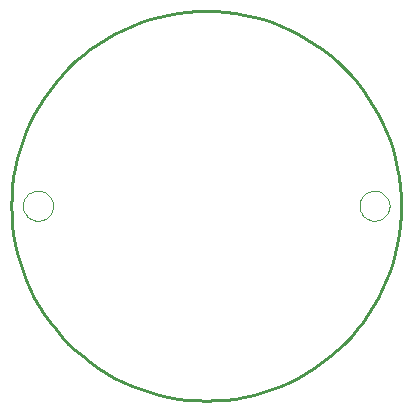
<source format=gko>
G75*
G70*
%OFA0B0*%
%FSLAX24Y24*%
%IPPOS*%
%LPD*%
%AMOC8*
5,1,8,0,0,1.08239X$1,22.5*
%
%ADD10C,0.0100*%
%ADD11C,0.0000*%
D10*
X022004Y028000D02*
X022012Y028319D01*
X022035Y028637D01*
X022074Y028953D01*
X022129Y029267D01*
X022199Y029578D01*
X022284Y029886D01*
X022384Y030188D01*
X022498Y030486D01*
X022628Y030777D01*
X022771Y031062D01*
X022928Y031340D01*
X023099Y031609D01*
X023282Y031870D01*
X023479Y032121D01*
X023687Y032362D01*
X023907Y032593D01*
X024138Y032813D01*
X024379Y033021D01*
X024630Y033218D01*
X024891Y033401D01*
X025160Y033572D01*
X025438Y033729D01*
X025723Y033872D01*
X026014Y034002D01*
X026312Y034116D01*
X026614Y034216D01*
X026922Y034301D01*
X027233Y034371D01*
X027547Y034426D01*
X027863Y034465D01*
X028181Y034488D01*
X028500Y034496D01*
X028819Y034488D01*
X029137Y034465D01*
X029453Y034426D01*
X029767Y034371D01*
X030078Y034301D01*
X030386Y034216D01*
X030688Y034116D01*
X030986Y034002D01*
X031277Y033872D01*
X031562Y033729D01*
X031840Y033572D01*
X032109Y033401D01*
X032370Y033218D01*
X032621Y033021D01*
X032862Y032813D01*
X033093Y032593D01*
X033313Y032362D01*
X033521Y032121D01*
X033718Y031870D01*
X033901Y031609D01*
X034072Y031340D01*
X034229Y031062D01*
X034372Y030777D01*
X034502Y030486D01*
X034616Y030188D01*
X034716Y029886D01*
X034801Y029578D01*
X034871Y029267D01*
X034926Y028953D01*
X034965Y028637D01*
X034988Y028319D01*
X034996Y028000D01*
X034988Y027681D01*
X034965Y027363D01*
X034926Y027047D01*
X034871Y026733D01*
X034801Y026422D01*
X034716Y026114D01*
X034616Y025812D01*
X034502Y025514D01*
X034372Y025223D01*
X034229Y024938D01*
X034072Y024660D01*
X033901Y024391D01*
X033718Y024130D01*
X033521Y023879D01*
X033313Y023638D01*
X033093Y023407D01*
X032862Y023187D01*
X032621Y022979D01*
X032370Y022782D01*
X032109Y022599D01*
X031840Y022428D01*
X031562Y022271D01*
X031277Y022128D01*
X030986Y021998D01*
X030688Y021884D01*
X030386Y021784D01*
X030078Y021699D01*
X029767Y021629D01*
X029453Y021574D01*
X029137Y021535D01*
X028819Y021512D01*
X028500Y021504D01*
X028181Y021512D01*
X027863Y021535D01*
X027547Y021574D01*
X027233Y021629D01*
X026922Y021699D01*
X026614Y021784D01*
X026312Y021884D01*
X026014Y021998D01*
X025723Y022128D01*
X025438Y022271D01*
X025160Y022428D01*
X024891Y022599D01*
X024630Y022782D01*
X024379Y022979D01*
X024138Y023187D01*
X023907Y023407D01*
X023687Y023638D01*
X023479Y023879D01*
X023282Y024130D01*
X023099Y024391D01*
X022928Y024660D01*
X022771Y024938D01*
X022628Y025223D01*
X022498Y025514D01*
X022384Y025812D01*
X022284Y026114D01*
X022199Y026422D01*
X022129Y026733D01*
X022074Y027047D01*
X022035Y027363D01*
X022012Y027681D01*
X022004Y028000D01*
D11*
X022390Y028000D02*
X022392Y028044D01*
X022398Y028088D01*
X022408Y028131D01*
X022421Y028173D01*
X022438Y028214D01*
X022459Y028253D01*
X022483Y028290D01*
X022510Y028325D01*
X022540Y028357D01*
X022573Y028387D01*
X022609Y028413D01*
X022646Y028437D01*
X022686Y028456D01*
X022727Y028473D01*
X022770Y028485D01*
X022813Y028494D01*
X022857Y028499D01*
X022901Y028500D01*
X022945Y028497D01*
X022989Y028490D01*
X023032Y028479D01*
X023074Y028465D01*
X023114Y028447D01*
X023153Y028425D01*
X023189Y028401D01*
X023223Y028373D01*
X023255Y028342D01*
X023284Y028308D01*
X023310Y028272D01*
X023332Y028234D01*
X023351Y028194D01*
X023366Y028152D01*
X023378Y028110D01*
X023386Y028066D01*
X023390Y028022D01*
X023390Y027978D01*
X023386Y027934D01*
X023378Y027890D01*
X023366Y027848D01*
X023351Y027806D01*
X023332Y027766D01*
X023310Y027728D01*
X023284Y027692D01*
X023255Y027658D01*
X023223Y027627D01*
X023189Y027599D01*
X023153Y027575D01*
X023114Y027553D01*
X023074Y027535D01*
X023032Y027521D01*
X022989Y027510D01*
X022945Y027503D01*
X022901Y027500D01*
X022857Y027501D01*
X022813Y027506D01*
X022770Y027515D01*
X022727Y027527D01*
X022686Y027544D01*
X022646Y027563D01*
X022609Y027587D01*
X022573Y027613D01*
X022540Y027643D01*
X022510Y027675D01*
X022483Y027710D01*
X022459Y027747D01*
X022438Y027786D01*
X022421Y027827D01*
X022408Y027869D01*
X022398Y027912D01*
X022392Y027956D01*
X022390Y028000D01*
X033610Y028000D02*
X033612Y028044D01*
X033618Y028088D01*
X033628Y028131D01*
X033641Y028173D01*
X033658Y028214D01*
X033679Y028253D01*
X033703Y028290D01*
X033730Y028325D01*
X033760Y028357D01*
X033793Y028387D01*
X033829Y028413D01*
X033866Y028437D01*
X033906Y028456D01*
X033947Y028473D01*
X033990Y028485D01*
X034033Y028494D01*
X034077Y028499D01*
X034121Y028500D01*
X034165Y028497D01*
X034209Y028490D01*
X034252Y028479D01*
X034294Y028465D01*
X034334Y028447D01*
X034373Y028425D01*
X034409Y028401D01*
X034443Y028373D01*
X034475Y028342D01*
X034504Y028308D01*
X034530Y028272D01*
X034552Y028234D01*
X034571Y028194D01*
X034586Y028152D01*
X034598Y028110D01*
X034606Y028066D01*
X034610Y028022D01*
X034610Y027978D01*
X034606Y027934D01*
X034598Y027890D01*
X034586Y027848D01*
X034571Y027806D01*
X034552Y027766D01*
X034530Y027728D01*
X034504Y027692D01*
X034475Y027658D01*
X034443Y027627D01*
X034409Y027599D01*
X034373Y027575D01*
X034334Y027553D01*
X034294Y027535D01*
X034252Y027521D01*
X034209Y027510D01*
X034165Y027503D01*
X034121Y027500D01*
X034077Y027501D01*
X034033Y027506D01*
X033990Y027515D01*
X033947Y027527D01*
X033906Y027544D01*
X033866Y027563D01*
X033829Y027587D01*
X033793Y027613D01*
X033760Y027643D01*
X033730Y027675D01*
X033703Y027710D01*
X033679Y027747D01*
X033658Y027786D01*
X033641Y027827D01*
X033628Y027869D01*
X033618Y027912D01*
X033612Y027956D01*
X033610Y028000D01*
M02*

</source>
